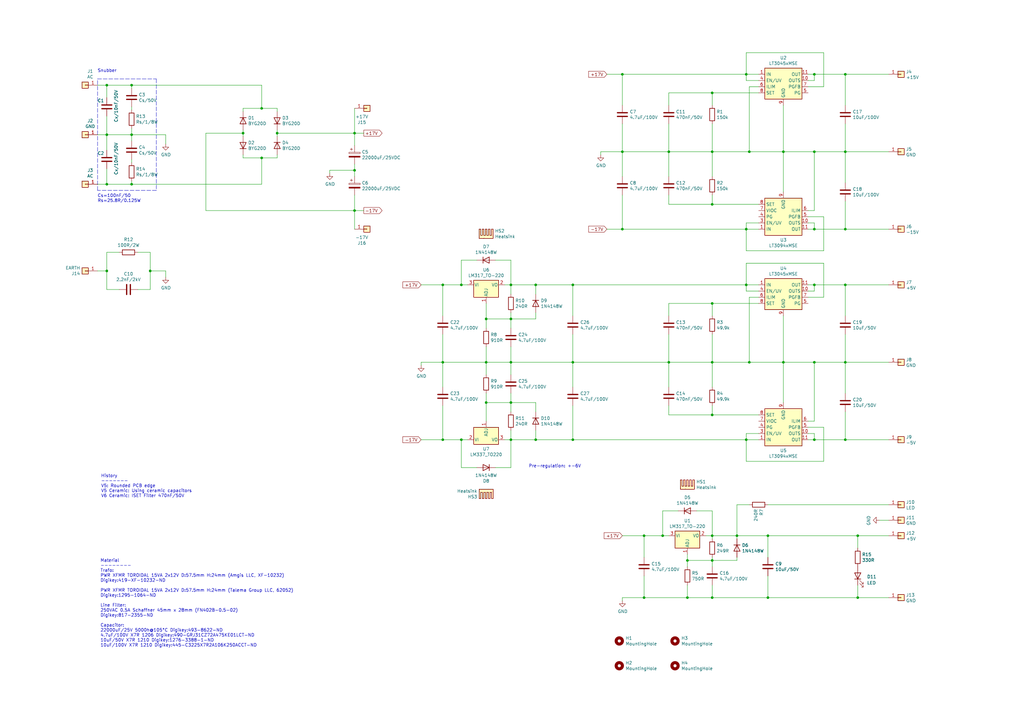
<source format=kicad_sch>
(kicad_sch (version 20250114) (generator "eeschema") (generator_version "9.0")
  (paper "A3")
  (title_block (title "DAC Power Supply Unit") (date "2025-08-11") (rev "V6"))
  (text "Material\n--------\nTrafo:\nPWR XFMR TOROIDAL 15VA 2x12V D:57.5mm H:24mm (Amgis LLC, XF-10232)\nDigikey:419-XF-10232-ND\n\nPWR XFMR TOROIDAL 15VA 2x12V D:57.5mm H:24mm (Talema Group LLC, 62052)\nDigikey:1295-1064-ND\n\nLine Filter:\n250VAC 0.5A Schaffner 45mm x 28mm (FN402B-0.5-02) \nDigikey:817-2355-ND\n\nCapacitor:\n22000uF/25V 5000h@105°C Digikey:493-8622-ND\n4.7uF/100V X7R 1206 Digikey:490-GRJ31CZ72A475KE01LCT-ND\n10uF/50V X7R 1210 Digikey:1276-3388-1-ND\n10uF/100V X7R 1210 Digikey:445-C3225X7R2A106K250ACCT-ND" (at 41.148 247.396 0) (effects (font (size 1.27 1.27)) (justify left)))
  (text "Snubber" (at 40.005 29.845 0) (effects (font (size 1.27 1.27)) (justify left bottom)))
  (text "Cs=100nF/50\nRs=25.8R/0.125W" (at 40.005 83.185 0) (effects (font (size 1.27 1.27)) (justify left bottom)))
  (text "Pre-regulation: +-6V" (at 227.584 191.262 0) (effects (font (size 1.27 1.27))))
  (text "History\n-------\nV5: Rounded PCB edge\nV5 Ceramic: Using ceramic capacitors\nV6 Ceramic: ISET Filter 470nF/50V" (at 41.402 199.39 0) (effects (font (size 1.27 1.27)) (justify left)))
  (junction (at 292.1 124.46))
  (junction (at 43.815 75.565))
  (junction (at 346.71 116.84))
  (junction (at 61.595 111.125))
  (junction (at 181.61 148.59))
  (junction (at 314.96 219.71))
  (junction (at 306.07 30.48))
  (junction (at 321.31 148.59))
  (junction (at 145.415 69.85))
  (junction (at 199.39 148.59))
  (junction (at 334.01 62.23))
  (junction (at 189.23 180.34))
  (junction (at 334.01 93.98))
  (junction (at 264.16 219.71))
  (junction (at 307.34 148.59))
  (junction (at 334.01 30.48))
  (junction (at 145.415 86.36))
  (junction (at 99.695 54.61))
  (junction (at 351.79 219.71))
  (junction (at 234.95 180.34))
  (junction (at 209.55 165.1))
  (junction (at 307.34 62.23))
  (junction (at 209.55 180.34))
  (junction (at 53.975 75.565))
  (junction (at 292.1 62.23))
  (junction (at 306.07 180.34))
  (junction (at 199.39 130.81))
  (junction (at 255.27 93.98))
  (junction (at 281.94 245.11))
  (junction (at 274.32 148.59))
  (junction (at 113.665 54.61))
  (junction (at 306.07 116.84))
  (junction (at 53.975 34.925))
  (junction (at 43.815 55.245))
  (junction (at 181.61 116.84))
  (junction (at 274.32 62.23))
  (junction (at 234.95 148.59))
  (junction (at 292.1 83.82))
  (junction (at 199.39 165.1))
  (junction (at 306.07 93.98))
  (junction (at 321.31 62.23))
  (junction (at 255.27 30.48))
  (junction (at 292.1 38.1))
  (junction (at 255.27 62.23))
  (junction (at 234.95 116.84))
  (junction (at 219.71 116.84))
  (junction (at 346.71 93.98))
  (junction (at 107.315 64.77))
  (junction (at 219.71 180.34))
  (junction (at 334.01 148.59))
  (junction (at 264.16 245.11))
  (junction (at 43.815 111.125))
  (junction (at 346.71 148.59))
  (junction (at 53.975 55.245))
  (junction (at 145.415 54.61))
  (junction (at 209.55 116.84))
  (junction (at 43.815 34.925))
  (junction (at 209.55 130.81))
  (junction (at 334.01 116.84))
  (junction (at 346.71 180.34))
  (junction (at 271.78 219.71))
  (junction (at 281.94 229.87))
  (junction (at 292.1 219.71))
  (junction (at 346.71 30.48))
  (junction (at 334.01 180.34))
  (junction (at 107.315 44.45))
  (junction (at 346.71 62.23))
  (junction (at 189.23 116.84))
  (junction (at 181.61 180.34))
  (junction (at 209.55 148.59))
  (junction (at 292.1 170.18))
  (junction (at 292.1 245.11))
  (junction (at 351.79 245.11))
  (junction (at 292.1 148.59))
  (junction (at 314.96 245.11))
  (junction (at 292.1 229.87))
  (junction (at 302.26 219.71))
  (wire (pts (xy 209.55 148.59) (xy 234.95 148.59)))
  (wire (pts (xy 199.39 161.29) (xy 199.39 165.1)))
  (wire (pts (xy 107.315 34.925) (xy 53.975 34.925)))
  (wire (pts (xy 189.23 106.68) (xy 189.23 116.84)))
  (wire (pts (xy 172.72 180.34) (xy 181.61 180.34)))
  (wire (pts (xy 248.92 30.48) (xy 255.27 30.48)))
  (wire (pts (xy 292.1 229.87) (xy 292.1 232.41)))
  (wire (pts (xy 346.71 116.84) (xy 364.49 116.84)))
  (wire (pts (xy 337.82 88.9) (xy 337.82 102.87)))
  (wire (pts (xy 346.71 93.98) (xy 364.49 93.98)))
  (wire (pts (xy 292.1 209.55) (xy 285.75 209.55)))
  (wire (pts (xy 271.78 219.71) (xy 274.32 219.71)))
  (wire (pts (xy 292.1 38.1) (xy 311.15 38.1)))
  (wire (pts (xy 199.39 165.1) (xy 209.55 165.1)))
  (wire (pts (xy 306.07 33.02) (xy 306.07 30.48)))
  (wire (pts (xy 292.1 43.18) (xy 292.1 38.1)))
  (wire (pts (xy 334.01 116.84) (xy 331.47 116.84)))
  (wire (pts (xy 289.56 219.71) (xy 292.1 219.71)))
  (wire (pts (xy 246.38 63.5) (xy 246.38 62.23)))
  (wire (pts (xy 281.94 232.41) (xy 281.94 229.87)))
  (wire (pts (xy 292.1 83.82) (xy 311.15 83.82)))
  (wire (pts (xy 334.01 33.02) (xy 334.01 30.48)))
  (wire (pts (xy 278.13 209.55) (xy 271.78 209.55)))
  (wire (pts (xy 307.34 121.92) (xy 307.34 148.59)))
  (wire (pts (xy 113.665 45.72) (xy 113.665 44.45)))
  (polyline (pts (xy 64.135 78.105) (xy 40.005 78.105)) (stroke (width 0) (type dash)))
  (wire (pts (xy 209.55 134.62) (xy 209.55 130.81)))
  (wire (pts (xy 181.61 180.34) (xy 189.23 180.34)))
  (wire (pts (xy 53.975 55.245) (xy 67.945 55.245)))
  (wire (pts (xy 219.71 130.81) (xy 209.55 130.81)))
  (wire (pts (xy 331.47 86.36) (xy 334.01 86.36)))
  (wire (pts (xy 53.975 34.925) (xy 43.815 34.925)))
  (wire (pts (xy 306.07 21.59) (xy 306.07 30.48)))
  (wire (pts (xy 43.815 55.245) (xy 53.975 55.245)))
  (wire (pts (xy 209.55 130.81) (xy 209.55 128.27)))
  (wire (pts (xy 255.27 30.48) (xy 255.27 43.18)))
  (wire (pts (xy 181.61 158.75) (xy 181.61 148.59)))
  (wire (pts (xy 53.975 57.785) (xy 53.975 55.245)))
  (wire (pts (xy 99.695 54.61) (xy 84.455 54.61)))
  (wire (pts (xy 209.55 191.77) (xy 209.55 180.34)))
  (wire (pts (xy 53.975 36.195) (xy 53.975 34.925)))
  (wire (pts (xy 311.15 177.8) (xy 306.07 177.8)))
  (polyline (pts (xy 40.005 78.105) (xy 40.005 32.385)) (stroke (width 0) (type dash)))
  (wire (pts (xy 364.49 213.36) (xy 360.68 213.36)))
  (wire (pts (xy 334.01 93.98) (xy 346.71 93.98)))
  (wire (pts (xy 306.07 119.38) (xy 306.07 116.84)))
  (wire (pts (xy 172.72 116.84) (xy 181.61 116.84)))
  (wire (pts (xy 281.94 245.11) (xy 292.1 245.11)))
  (wire (pts (xy 107.315 34.925) (xy 107.315 44.45)))
  (wire (pts (xy 274.32 38.1) (xy 292.1 38.1)))
  (wire (pts (xy 181.61 166.37) (xy 181.61 180.34)))
  (wire (pts (xy 314.96 245.11) (xy 351.79 245.11)))
  (wire (pts (xy 234.95 116.84) (xy 306.07 116.84)))
  (wire (pts (xy 43.815 34.925) (xy 40.005 34.925)))
  (wire (pts (xy 346.71 82.55) (xy 346.71 93.98)))
  (wire (pts (xy 346.71 168.91) (xy 346.71 180.34)))
  (wire (pts (xy 113.665 54.61) (xy 145.415 54.61)))
  (wire (pts (xy 331.47 180.34) (xy 334.01 180.34)))
  (wire (pts (xy 53.975 55.245) (xy 53.975 52.705)))
  (wire (pts (xy 351.79 245.11) (xy 364.49 245.11)))
  (wire (pts (xy 281.94 245.11) (xy 281.94 240.03)))
  (wire (pts (xy 302.26 219.71) (xy 302.26 220.98)))
  (wire (pts (xy 53.975 75.565) (xy 53.975 74.295)))
  (wire (pts (xy 209.55 180.34) (xy 219.71 180.34)))
  (wire (pts (xy 271.78 209.55) (xy 271.78 219.71)))
  (wire (pts (xy 274.32 158.75) (xy 274.32 148.59)))
  (wire (pts (xy 314.96 228.6) (xy 314.96 219.71)))
  (wire (pts (xy 219.71 116.84) (xy 234.95 116.84)))
  (wire (pts (xy 145.415 80.01) (xy 145.415 86.36)))
  (wire (pts (xy 255.27 30.48) (xy 306.07 30.48)))
  (wire (pts (xy 292.1 129.54) (xy 292.1 124.46)))
  (wire (pts (xy 189.23 180.34) (xy 191.77 180.34)))
  (wire (pts (xy 43.815 103.505) (xy 48.895 103.505)))
  (wire (pts (xy 311.15 121.92) (xy 307.34 121.92)))
  (wire (pts (xy 311.15 30.48) (xy 306.07 30.48)))
  (wire (pts (xy 135.255 71.12) (xy 135.255 69.85)))
  (wire (pts (xy 281.94 229.87) (xy 292.1 229.87)))
  (wire (pts (xy 234.95 148.59) (xy 274.32 148.59)))
  (wire (pts (xy 189.23 116.84) (xy 191.77 116.84)))
  (wire (pts (xy 311.15 119.38) (xy 306.07 119.38)))
  (wire (pts (xy 306.07 102.87) (xy 306.07 93.98)))
  (wire (pts (xy 337.82 121.92) (xy 337.82 107.95)))
  (wire (pts (xy 145.415 59.69) (xy 145.415 54.61)))
  (wire (pts (xy 43.815 61.595) (xy 43.815 55.245)))
  (wire (pts (xy 292.1 62.23) (xy 307.34 62.23)))
  (wire (pts (xy 248.92 93.98) (xy 255.27 93.98)))
  (wire (pts (xy 43.815 69.215) (xy 43.815 75.565)))
  (polyline (pts (xy 64.135 32.385) (xy 64.135 78.105)) (stroke (width 0) (type dash)))
  (wire (pts (xy 264.16 245.11) (xy 264.16 236.22)))
  (wire (pts (xy 209.55 142.24) (xy 209.55 148.59)))
  (wire (pts (xy 292.1 50.8) (xy 292.1 62.23)))
  (wire (pts (xy 351.79 240.03) (xy 351.79 245.11)))
  (wire (pts (xy 84.455 54.61) (xy 84.455 86.36)))
  (wire (pts (xy 264.16 219.71) (xy 271.78 219.71)))
  (wire (pts (xy 334.01 62.23) (xy 346.71 62.23)))
  (wire (pts (xy 302.26 228.6) (xy 302.26 229.87)))
  (wire (pts (xy 43.815 47.625) (xy 43.815 55.245)))
  (wire (pts (xy 302.26 207.01) (xy 307.34 207.01)))
  (wire (pts (xy 306.07 107.95) (xy 306.07 116.84)))
  (wire (pts (xy 292.1 228.6) (xy 292.1 229.87)))
  (wire (pts (xy 43.815 111.125) (xy 43.815 103.505)))
  (wire (pts (xy 292.1 124.46) (xy 311.15 124.46)))
  (wire (pts (xy 331.47 119.38) (xy 334.01 119.38)))
  (wire (pts (xy 255.27 72.39) (xy 255.27 62.23)))
  (wire (pts (xy 307.34 35.56) (xy 307.34 62.23)))
  (wire (pts (xy 255.27 93.98) (xy 306.07 93.98)))
  (wire (pts (xy 207.01 180.34) (xy 209.55 180.34)))
  (wire (pts (xy 145.415 86.36) (xy 145.415 93.98)))
  (wire (pts (xy 334.01 180.34) (xy 346.71 180.34)))
  (wire (pts (xy 40.005 111.125) (xy 43.815 111.125)))
  (wire (pts (xy 274.32 148.59) (xy 292.1 148.59)))
  (wire (pts (xy 255.27 80.01) (xy 255.27 93.98)))
  (wire (pts (xy 199.39 124.46) (xy 199.39 130.81)))
  (wire (pts (xy 99.695 54.61) (xy 99.695 53.34)))
  (wire (pts (xy 219.71 128.27) (xy 219.71 130.81)))
  (wire (pts (xy 306.07 189.23) (xy 306.07 180.34)))
  (wire (pts (xy 321.31 129.54) (xy 321.31 148.59)))
  (wire (pts (xy 274.32 38.1) (xy 274.32 43.18)))
  (wire (pts (xy 113.665 55.88) (xy 113.665 54.61)))
  (wire (pts (xy 346.71 180.34) (xy 364.49 180.34)))
  (wire (pts (xy 107.315 75.565) (xy 53.975 75.565)))
  (wire (pts (xy 292.1 148.59) (xy 307.34 148.59)))
  (wire (pts (xy 67.945 113.665) (xy 67.945 111.125)))
  (wire (pts (xy 274.32 50.8) (xy 274.32 62.23)))
  (wire (pts (xy 281.94 229.87) (xy 281.94 227.33)))
  (wire (pts (xy 292.1 166.37) (xy 292.1 170.18)))
  (wire (pts (xy 331.47 91.44) (xy 334.01 91.44)))
  (wire (pts (xy 61.595 103.505) (xy 56.515 103.505)))
  (wire (pts (xy 274.32 72.39) (xy 274.32 62.23)))
  (wire (pts (xy 292.1 170.18) (xy 311.15 170.18)))
  (wire (pts (xy 274.32 62.23) (xy 292.1 62.23)))
  (wire (pts (xy 207.01 116.84) (xy 209.55 116.84)))
  (wire (pts (xy 302.26 219.71) (xy 302.26 207.01)))
  (wire (pts (xy 172.72 149.86) (xy 172.72 148.59)))
  (wire (pts (xy 337.82 35.56) (xy 337.82 21.59)))
  (wire (pts (xy 145.415 69.85) (xy 145.415 67.31)))
  (wire (pts (xy 195.58 191.77) (xy 189.23 191.77)))
  (wire (pts (xy 199.39 172.72) (xy 199.39 165.1)))
  (wire (pts (xy 307.34 148.59) (xy 321.31 148.59)))
  (wire (pts (xy 321.31 62.23) (xy 334.01 62.23)))
  (wire (pts (xy 346.71 148.59) (xy 364.49 148.59)))
  (wire (pts (xy 113.665 64.77) (xy 113.665 63.5)))
  (wire (pts (xy 306.07 93.98) (xy 311.15 93.98)))
  (wire (pts (xy 274.32 80.01) (xy 274.32 83.82)))
  (wire (pts (xy 314.96 236.22) (xy 314.96 245.11)))
  (wire (pts (xy 107.315 44.45) (xy 99.695 44.45)))
  (wire (pts (xy 346.71 30.48) (xy 334.01 30.48)))
  (wire (pts (xy 274.32 137.16) (xy 274.32 148.59)))
  (wire (pts (xy 219.71 165.1) (xy 219.71 168.91)))
  (wire (pts (xy 302.26 229.87) (xy 292.1 229.87)))
  (wire (pts (xy 331.47 121.92) (xy 337.82 121.92)))
  (wire (pts (xy 302.26 219.71) (xy 314.96 219.71)))
  (wire (pts (xy 255.27 245.11) (xy 264.16 245.11)))
  (wire (pts (xy 255.27 62.23) (xy 255.27 50.8)))
  (wire (pts (xy 56.515 118.745) (xy 61.595 118.745)))
  (wire (pts (xy 292.1 219.71) (xy 292.1 209.55)))
  (wire (pts (xy 195.58 106.68) (xy 189.23 106.68)))
  (wire (pts (xy 331.47 93.98) (xy 334.01 93.98)))
  (wire (pts (xy 337.82 189.23) (xy 306.07 189.23)))
  (wire (pts (xy 314.96 207.01) (xy 364.49 207.01)))
  (wire (pts (xy 346.71 116.84) (xy 346.71 129.54)))
  (wire (pts (xy 364.49 62.23) (xy 346.71 62.23)))
  (wire (pts (xy 292.1 158.75) (xy 292.1 148.59)))
  (wire (pts (xy 334.01 177.8) (xy 334.01 180.34)))
  (wire (pts (xy 113.665 54.61) (xy 113.665 53.34)))
  (wire (pts (xy 292.1 245.11) (xy 292.1 240.03)))
  (wire (pts (xy 292.1 245.11) (xy 314.96 245.11)))
  (wire (pts (xy 181.61 148.59) (xy 199.39 148.59)))
  (wire (pts (xy 321.31 78.74) (xy 321.31 62.23)))
  (wire (pts (xy 255.27 246.38) (xy 255.27 245.11)))
  (wire (pts (xy 331.47 35.56) (xy 337.82 35.56)))
  (wire (pts (xy 199.39 148.59) (xy 209.55 148.59)))
  (wire (pts (xy 255.27 219.71) (xy 264.16 219.71)))
  (wire (pts (xy 246.38 62.23) (xy 255.27 62.23)))
  (wire (pts (xy 346.71 116.84) (xy 334.01 116.84)))
  (wire (pts (xy 53.975 66.675) (xy 53.975 65.405)))
  (wire (pts (xy 346.71 161.29) (xy 346.71 148.59)))
  (wire (pts (xy 274.32 124.46) (xy 274.32 129.54)))
  (wire (pts (xy 346.71 74.93) (xy 346.71 62.23)))
  (wire (pts (xy 331.47 177.8) (xy 334.01 177.8)))
  (wire (pts (xy 337.82 175.26) (xy 337.82 189.23)))
  (wire (pts (xy 346.71 62.23) (xy 346.71 50.8)))
  (wire (pts (xy 99.695 55.88) (xy 99.695 54.61)))
  (wire (pts (xy 209.55 168.91) (xy 209.55 165.1)))
  (wire (pts (xy 274.32 83.82) (xy 292.1 83.82)))
  (wire (pts (xy 53.975 45.085) (xy 53.975 43.815)))
  (wire (pts (xy 203.2 191.77) (xy 209.55 191.77)))
  (wire (pts (xy 264.16 245.11) (xy 281.94 245.11)))
  (wire (pts (xy 255.27 62.23) (xy 274.32 62.23)))
  (wire (pts (xy 61.595 111.125) (xy 61.595 103.505)))
  (wire (pts (xy 306.07 180.34) (xy 311.15 180.34)))
  (wire (pts (xy 274.32 170.18) (xy 292.1 170.18)))
  (wire (pts (xy 40.005 55.245) (xy 43.815 55.245)))
  (wire (pts (xy 334.01 119.38) (xy 334.01 116.84)))
  (wire (pts (xy 209.55 180.34) (xy 209.55 176.53)))
  (wire (pts (xy 149.225 54.61) (xy 145.415 54.61)))
  (wire (pts (xy 321.31 43.18) (xy 321.31 62.23)))
  (wire (pts (xy 181.61 116.84) (xy 181.61 129.54)))
  (wire (pts (xy 181.61 116.84) (xy 189.23 116.84)))
  (wire (pts (xy 274.32 124.46) (xy 292.1 124.46)))
  (wire (pts (xy 346.71 30.48) (xy 346.71 43.18)))
  (wire (pts (xy 274.32 166.37) (xy 274.32 170.18)))
  (wire (pts (xy 199.39 130.81) (xy 199.39 134.62)))
  (wire (pts (xy 149.225 86.36) (xy 145.415 86.36)))
  (wire (pts (xy 209.55 165.1) (xy 209.55 161.29)))
  (wire (pts (xy 337.82 102.87) (xy 306.07 102.87)))
  (wire (pts (xy 351.79 219.71) (xy 364.49 219.71)))
  (wire (pts (xy 234.95 137.16) (xy 234.95 148.59)))
  (wire (pts (xy 84.455 86.36) (xy 145.415 86.36)))
  (wire (pts (xy 234.95 148.59) (xy 234.95 158.75)))
  (wire (pts (xy 292.1 220.98) (xy 292.1 219.71)))
  (wire (pts (xy 145.415 72.39) (xy 145.415 69.85)))
  (wire (pts (xy 209.55 165.1) (xy 219.71 165.1)))
  (wire (pts (xy 209.55 116.84) (xy 219.71 116.84)))
  (wire (pts (xy 209.55 106.68) (xy 203.2 106.68)))
  (wire (pts (xy 107.315 64.77) (xy 107.315 75.565)))
  (wire (pts (xy 209.55 116.84) (xy 209.55 120.65)))
  (wire (pts (xy 107.315 64.77) (xy 113.665 64.77)))
  (wire (pts (xy 321.31 148.59) (xy 334.01 148.59)))
  (wire (pts (xy 209.55 116.84) (xy 209.55 106.68)))
  (wire (pts (xy 346.71 148.59) (xy 346.71 137.16)))
  (wire (pts (xy 292.1 72.39) (xy 292.1 62.23)))
  (wire (pts (xy 135.255 69.85) (xy 145.415 69.85)))
  (wire (pts (xy 219.71 180.34) (xy 234.95 180.34)))
  (wire (pts (xy 199.39 142.24) (xy 199.39 148.59)))
  (wire (pts (xy 306.07 91.44) (xy 306.07 93.98)))
  (wire (pts (xy 331.47 172.72) (xy 334.01 172.72)))
  (wire (pts (xy 219.71 116.84) (xy 219.71 120.65)))
  (wire (pts (xy 311.15 91.44) (xy 306.07 91.44)))
  (wire (pts (xy 99.695 64.77) (xy 107.315 64.77)))
  (wire (pts (xy 43.815 118.745) (xy 43.815 111.125)))
  (wire (pts (xy 209.55 148.59) (xy 209.55 153.67)))
  (wire (pts (xy 234.95 180.34) (xy 306.07 180.34)))
  (wire (pts (xy 219.71 176.53) (xy 219.71 180.34)))
  (wire (pts (xy 334.01 86.36) (xy 334.01 62.23)))
  (wire (pts (xy 334.01 91.44) (xy 334.01 93.98)))
  (wire (pts (xy 234.95 129.54) (xy 234.95 116.84)))
  (wire (pts (xy 199.39 148.59) (xy 199.39 153.67)))
  (wire (pts (xy 189.23 191.77) (xy 189.23 180.34)))
  (wire (pts (xy 172.72 148.59) (xy 181.61 148.59)))
  (wire (pts (xy 351.79 219.71) (xy 351.79 224.79)))
  (wire (pts (xy 337.82 107.95) (xy 306.07 107.95)))
  (wire (pts (xy 67.945 111.125) (xy 61.595 111.125)))
  (wire (pts (xy 311.15 116.84) (xy 306.07 116.84)))
  (wire (pts (xy 99.695 63.5) (xy 99.695 64.77)))
  (wire (pts (xy 48.895 118.745) (xy 43.815 118.745)))
  (wire (pts (xy 314.96 219.71) (xy 351.79 219.71)))
  (wire (pts (xy 337.82 21.59) (xy 306.07 21.59)))
  (wire (pts (xy 334.01 172.72) (xy 334.01 148.59)))
  (wire (pts (xy 292.1 137.16) (xy 292.1 148.59)))
  (wire (pts (xy 311.15 35.56) (xy 307.34 35.56)))
  (wire (pts (xy 264.16 228.6) (xy 264.16 219.71)))
  (wire (pts (xy 311.15 33.02) (xy 306.07 33.02)))
  (wire (pts (xy 234.95 166.37) (xy 234.95 180.34)))
  (wire (pts (xy 307.34 62.23) (xy 321.31 62.23)))
  (wire (pts (xy 334.01 30.48) (xy 331.47 30.48)))
  (wire (pts (xy 43.815 75.565) (xy 53.975 75.565)))
  (wire (pts (xy 334.01 148.59) (xy 346.71 148.59)))
  (wire (pts (xy 331.47 88.9) (xy 337.82 88.9)))
  (wire (pts (xy 43.815 40.005) (xy 43.815 34.925)))
  (wire (pts (xy 113.665 44.45) (xy 107.315 44.45)))
  (wire (pts (xy 181.61 137.16) (xy 181.61 148.59)))
  (wire (pts (xy 292.1 219.71) (xy 302.26 219.71)))
  (wire (pts (xy 209.55 130.81) (xy 199.39 130.81)))
  (wire (pts (xy 61.595 118.745) (xy 61.595 111.125)))
  (wire (pts (xy 306.07 177.8) (xy 306.07 180.34)))
  (wire (pts (xy 99.695 44.45) (xy 99.695 45.72)))
  (wire (pts (xy 364.49 30.48) (xy 346.71 30.48)))
  (wire (pts (xy 331.47 175.26) (xy 337.82 175.26)))
  (wire (pts (xy 145.415 44.45) (xy 145.415 54.61)))
  (wire (pts (xy 40.005 75.565) (xy 43.815 75.565)))
  (polyline (pts (xy 40.005 32.385) (xy 64.135 32.385)) (stroke (width 0) (type dash)))
  (wire (pts (xy 292.1 80.01) (xy 292.1 83.82)))
  (wire (pts (xy 67.945 59.055) (xy 67.945 55.245)))
  (wire (pts (xy 321.31 165.1) (xy 321.31 148.59)))
  (wire (pts (xy 331.47 33.02) (xy 334.01 33.02)))
  (global_label "+17V" (shape input) (at 172.72 116.84 180) (property "Intersheetrefs" "${INTERSHEET_REFS}" (effects (hide yes))))
  (global_label "-17V" (shape input) (at 172.72 180.34 180) (property "Intersheetrefs" "${INTERSHEET_REFS}" (effects (hide yes))))
  (global_label "-17V" (shape output) (at 149.225 86.36 0) (property "Intersheetrefs" "${INTERSHEET_REFS}" (effects (hide yes))))
  (global_label "+17V" (shape input) (at 255.27 219.71 180) (property "Intersheetrefs" "${INTERSHEET_REFS}" (effects (hide yes))))
  (global_label "+17V" (shape output) (at 149.225 54.61 0) (property "Intersheetrefs" "${INTERSHEET_REFS}" (effects (hide yes))))
  (global_label "+17V" (shape input) (at 248.92 30.48 180) (property "Intersheetrefs" "${INTERSHEET_REFS}" (effects (hide yes))))
  (global_label "-17V" (shape input) (at 248.92 93.98 180) (property "Intersheetrefs" "${INTERSHEET_REFS}" (effects (hide yes))))
  (symbol (lib_id "Device:CP") (at 145.415 63.5 0) (unit 1)
    (property "Reference" "C5" (at 148.4122 62.3316 0) (effects (justify left)))
    (property "Value" "22000uF/25VDC" (at 148.4122 64.643 0) (effects (justify left)))
    (property "Footprint" "Capacitor_THT:CP_Radial_D35.0mm_P10.00mm_SnapIn" (effects (hide yes)))
    (property "Datasheet" "https://www.rubycon.co.jp/wp-content/uploads/catalog-aluminum/MXG.pdf" (effects (hide yes)))
    (property "Description" "1189-3893-ND" (effects (hide yes)))
    (property "manf#" "25MXG22000MEFCSN30X35" (effects (hide yes)))
  )
  (symbol (lib_id "Regulator_Linear:LM317_TO-220") (at 199.39 116.84 0) (unit 1)
    (property "Reference" "U6" (at 199.39 110.6932 0))
    (property "Value" "LM317_TO-220" (at 199.39 113.0046 0))
    (property "Footprint" "Package_TO_SOT_THT:TO-220-3_Vertical" (effects (hide yes)))
    (property "Datasheet" "http://www.ti.com/lit/ds/symlink/lm317.pdf" (effects (hide yes)))
    (property "manf#" "LM317T" (effects (hide yes)))
  )
  (symbol (lib_id "Device:R") (at 199.39 138.43 0) (unit 1)
    (property "Reference" "R8" (at 201.168 137.2616 0) (effects (justify left)))
    (property "Value" "910R" (at 201.168 139.573 0) (effects (justify left)))
    (property "Footprint" "Resistor_SMD:R_0603_1608Metric_Pad0.98x0.95mm_HandSolder" (effects (hide yes)))
    (property "Datasheet" "https://www.yageo.com/upload/media/product/productsearch/datasheet/rchip/PYu-RT_1-to-0.01_RoHS_L_12.pdf" (effects (hide yes)))
    (property "manf#" "RT0603FRE07910RL" (effects (hide yes)))
  )
  (symbol (lib_id "Device:R") (at 209.55 124.46 0) (unit 1)
    (property "Reference" "R10" (at 211.328 123.2916 0) (effects (justify left)))
    (property "Value" "240R" (at 211.328 125.603 0) (effects (justify left)))
    (property "Footprint" "Resistor_SMD:R_0603_1608Metric_Pad0.98x0.95mm_HandSolder" (effects (hide yes)))
    (property "Datasheet" "https://www.yageo.com/upload/media/product/productsearch/datasheet/rchip/PYu-RT_1-to-0.01_RoHS_L_12.pdf" (effects (hide yes)))
    (property "manf#" "RT0603FRE07240RL" (effects (hide yes)))
  )
  (symbol (lib_id "Diode:1N4007") (at 199.39 106.68 0) (unit 1)
    (property "Reference" "D7" (at 199.39 101.1682 0))
    (property "Value" "1N4148W" (at 199.39 103.4796 0))
    (property "Footprint" "Diode_SMD:D_SOD-123" (effects (hide yes)))
    (property "Datasheet" "https://www.diodes.com/assets/Datasheets/ds30086.pdf" (effects (hide yes)))
    (property "manf#" "1N4148W-7-F" (effects (hide yes)))
  )
  (symbol (lib_id "Diode:1N4007") (at 219.71 124.46 270) (unit 1)
    (property "Reference" "D9" (at 221.742 123.2916 90) (effects (justify left)))
    (property "Value" "1N4148W" (at 221.742 125.603 90) (effects (justify left)))
    (property "Footprint" "Diode_SMD:D_SOD-123" (effects (hide yes)))
    (property "Datasheet" "https://www.diodes.com/assets/Datasheets/ds30086.pdf" (effects (hide yes)))
    (property "manf#" "1N4148W-7-F" (effects (hide yes)))
  )
  (symbol (lib_id "Mechanical:Heatsink") (at 199.39 97.79 0) (unit 1)
    (property "Reference" "HS2" (at 202.9968 94.7166 0) (effects (justify left)))
    (property "Value" "Heatsink" (at 202.9968 97.028 0) (effects (justify left)))
    (property "Footprint" "Heatsink:Heatsink_Fischer_SK104-STC-STIC_35x13mm_2xDrill2.5mm" (effects (hide yes)))
    (property "Datasheet" "https://media.digikey.com/pdf/Data%20Sheets/Wakefield%20Thermal%20PDFs/634%20Heat%20Sinks.pdf" (effects (hide yes)))
    (property "manf#" "637-15ABPE" (effects (hide yes)))
  )
  (symbol (lib_id "Device:C") (at 181.61 133.35 0) (unit 1)
    (property "Reference" "C22" (at 184.6072 132.1816 0) (effects (justify left)))
    (property "Value" "4.7uF/100V" (at 184.6072 134.493 0) (effects (justify left)))
    (property "Footprint" "Capacitor_SMD:C_1206_3216Metric_Pad1.33x1.80mm_HandSolder" (effects (hide yes)))
    (property "Description" "Unpolarized capacitor" (effects (hide yes)))
    (property "manf#" "TCJB106M025R0100" (effects (hide yes)))
  )
  (symbol (lib_id "Device:C") (at 209.55 138.43 0) (unit 1)
    (property "Reference" "C24" (at 212.5472 137.2616 0) (effects (justify left)))
    (property "Value" "4.7uF/100V" (at 212.5472 139.573 0) (effects (justify left)))
    (property "Footprint" "Capacitor_SMD:C_1206_3216Metric_Pad1.33x1.80mm_HandSolder" (effects (hide yes)))
    (property "Description" "Unpolarized capacitor" (effects (hide yes)))
    (property "manf#" "TCJB106M025R0100" (effects (hide yes)))
  )
  (symbol (lib_id "Device:C") (at 234.95 133.35 0) (unit 1)
    (property "Reference" "C26" (at 237.9472 132.1816 0) (effects (justify left)))
    (property "Value" "4.7uF/100V" (at 237.9472 134.493 0) (effects (justify left)))
    (property "Footprint" "Capacitor_SMD:C_1206_3216Metric_Pad1.33x1.80mm_HandSolder" (effects (hide yes)))
    (property "Description" "Unpolarized capacitor" (effects (hide yes)))
    (property "manf#" "TCJB106M025R0100" (effects (hide yes)))
  )
  (symbol (lib_id "power:GND") (at 172.72 149.86 0) (unit 1)
    (property "Reference" "#PWR0105" (effects (hide yes)))
    (property "Value" "GND" (at 172.847 154.2542 0))
  )
  (symbol (lib_id "power:GND") (at 135.255 71.12 0) (unit 1)
    (property "Reference" "#PWR0102" (effects (hide yes)))
    (property "Value" "GND" (at 135.382 75.5142 0))
  )
  (symbol (lib_id "Device:C") (at 52.705 118.745 270) (unit 1)
    (property "Reference" "C10" (at 52.705 112.3442 90))
    (property "Value" "2.2nF/2kV" (at 52.705 114.6556 90))
    (property "Footprint" "Capacitor_THT:C_Rect_L18.0mm_W5.0mm_P15.00mm_FKS3_FKP3" (effects (hide yes)))
    (property "Datasheet" "https://product.tdk.com/info/en/documents/data_sheet/20/20/db/fc_2009/MKP_B32671L_672L.pdf?ref_disty=digikey" (effects (hide yes)))
    (property "manf#" "B32672L8222J000" (effects (hide yes)))
  )
  (symbol (lib_id "Device:R") (at 52.705 103.505 270) (unit 1)
    (property "Reference" "R12" (at 52.705 98.2472 90))
    (property "Value" "100R/2W" (at 52.705 100.5586 90))
    (property "Footprint" "Resistor_THT:R_Axial_DIN0411_L9.9mm_D3.6mm_P15.24mm_Horizontal" (effects (hide yes)))
    (property "Datasheet" "https://www.yageo.com/upload/media/product/products/datasheet/lr/Yageo_LR_FMP_1.pdf" (effects (hide yes)))
    (property "manf#" "FMP200JR-52-100R" (effects (hide yes)))
  )
  (symbol (lib_id "Connector_Generic:Conn_01x01") (at 34.925 111.125 180) (unit 1)
    (property "Reference" "J14" (at 32.893 112.1918 0) (effects (justify left)))
    (property "Value" "EARTH" (at 32.893 109.8804 0) (effects (justify left)))
    (property "Footprint" "Connector_Pin:Pin_D1.3mm_L11.0mm" (effects (hide yes)))
    (property "Datasheet" "https://www.reichelt.com/ch/de/loetnaegel-1-3mm-100-er-pack-rtm-1-3-100-p15319.html?&trstct=pos_0&nbc=1" (effects (hide yes)))
  )
  (symbol (lib_id "Device:C") (at 264.16 232.41 0) (unit 1)
    (property "Reference" "C15" (at 267.1572 231.2416 0) (effects (justify left)))
    (property "Value" "4.7uF/100V" (at 267.1572 233.553 0) (effects (justify left)))
    (property "Footprint" "Capacitor_SMD:C_1206_3216Metric_Pad1.33x1.80mm_HandSolder" (effects (hide yes)))
    (property "Description" "Unpolarized capacitor" (effects (hide yes)))
    (property "manf#" "TCJB106M025R0100" (effects (hide yes)))
  )
  (symbol (lib_id "Device:R") (at 292.1 46.99 0) (unit 1)
    (property "Reference" "R1" (at 293.878 45.8216 0) (effects (justify left)))
    (property "Value" "150k" (at 293.878 48.133 0) (effects (justify left)))
    (property "Footprint" "Resistor_SMD:R_0603_1608Metric_Pad0.98x0.95mm_HandSolder" (effects (hide yes)))
    (property "Datasheet" "https://www.yageo.com/upload/media/product/productsearch/datasheet/rchip/PYu-RT_1-to-0.01_RoHS_L_12.pdf" (effects (hide yes)))
    (property "manf#" "RT0603FRE07150KL" (effects (hide yes)))
  )
  (symbol (lib_id "Connector_Generic:Conn_01x01") (at 369.57 62.23 0) (unit 1)
    (property "Reference" "J5" (at 371.602 61.1632 0) (effects (justify left)))
    (property "Value" "GND" (at 371.602 63.4746 0) (effects (justify left)))
    (property "Footprint" "Connector_Pin:Pin_D1.0mm_L10.0mm" (effects (hide yes)))
    (property "Datasheet" "https://www.reichelt.com/ch/de/loetnaegel-1mm-100-er-pack-rtm-1-100-p15321.html?search=RTM+1-10&&r=1" (effects (hide yes)))
  )
  (symbol (lib_id "Connector_Generic:Conn_01x01") (at 369.57 30.48 0) (unit 1)
    (property "Reference" "J4" (at 371.602 29.4132 0) (effects (justify left)))
    (property "Value" "+15V" (at 371.602 31.7246 0) (effects (justify left)))
    (property "Footprint" "Connector_Pin:Pin_D1.0mm_L10.0mm" (effects (hide yes)))
    (property "Datasheet" "https://www.reichelt.com/ch/de/loetnaegel-1mm-100-er-pack-rtm-1-100-p15321.html?search=RTM+1-10&&r=1" (effects (hide yes)))
  )
  (symbol (lib_id "Connector_Generic:Conn_01x01") (at 369.57 93.98 0) (unit 1)
    (property "Reference" "J6" (at 371.602 92.9132 0) (effects (justify left)))
    (property "Value" "-15V" (at 371.602 95.2246 0) (effects (justify left)))
    (property "Footprint" "Connector_Pin:Pin_D1.0mm_L10.0mm" (effects (hide yes)))
    (property "Datasheet" "https://www.reichelt.com/ch/de/loetnaegel-1mm-100-er-pack-rtm-1-100-p15321.html?search=RTM+1-10&&r=1" (effects (hide yes)))
  )
  (symbol (lib_id "Regulator_Linear:LT3045xMSE") (at 321.31 33.02 0) (unit 1)
    (property "Reference" "U2" (at 321.31 23.6982 0))
    (property "Value" "LT3045xMSE" (at 321.31 26.0096 0))
    (property "Footprint" "Package_SO:MSOP-12-1EP_3x4.039mm_P0.65mm_EP1.651x2.845mm" (effects (hide yes)))
    (property "Datasheet" "https://www.analog.com/media/en/technical-documentation/data-sheets/3045fa.pdf" (effects (hide yes)))
    (property "manf#" "LT3045EMSE#PBF" (effects (hide yes)))
  )
  (symbol (lib_id "Device:R") (at 292.1 76.2 0) (unit 1)
    (property "Reference" "R2" (at 293.878 75.0316 0) (effects (justify left)))
    (property "Value" "150k" (at 293.878 77.343 0) (effects (justify left)))
    (property "Footprint" "Resistor_SMD:R_0603_1608Metric_Pad0.98x0.95mm_HandSolder" (effects (hide yes)))
    (property "Datasheet" "https://www.yageo.com/upload/media/product/productsearch/datasheet/rchip/PYu-RT_1-to-0.01_RoHS_L_12.pdf" (effects (hide yes)))
    (property "manf#" "RT0603FRE07150KL" (effects (hide yes)))
  )
  (symbol (lib_id "Regulator_Linear:LT3094xMSE") (at 321.31 88.9 0) (mirror x) (unit 1)
    (property "Reference" "U3" (at 321.31 98.425 0))
    (property "Value" "LT3094xMSE" (at 321.31 100.7364 0))
    (property "Footprint" "Package_SO:MSOP-12-1EP_3x4.039mm_P0.65mm_EP1.651x2.845mm" (effects (hide yes)))
    (property "Datasheet" "https://www.analog.com/media/en/technical-documentation/data-sheets/LT3094.pdf" (effects (hide yes)))
    (property "manf#" "LT3094IMSE#PBF" (effects (hide yes)))
  )
  (symbol (lib_id "Device:C") (at 346.71 46.99 0) (unit 1)
    (property "Reference" "C17" (at 349.7072 45.8216 0) (effects (justify left)))
    (property "Value" "10uF/100V" (at 349.7072 48.133 0) (effects (justify left)))
    (property "Footprint" "Capacitor_SMD:C_1210_3225Metric_Pad1.33x2.70mm_HandSolder" (effects (hide yes)))
    (property "Description" "Unpolarized capacitor" (effects (hide yes)))
    (property "manf#" "T521D476M025ATE065" (effects (hide yes)))
  )
  (symbol (lib_id "Device:C") (at 346.71 78.74 0) (unit 1)
    (property "Reference" "C18" (at 349.7072 77.5716 0) (effects (justify left)))
    (property "Value" "10uF/100V" (at 349.7072 79.883 0) (effects (justify left)))
    (property "Footprint" "Capacitor_SMD:C_1210_3225Metric_Pad1.33x2.70mm_HandSolder" (effects (hide yes)))
    (property "Description" "Unpolarized capacitor" (effects (hide yes)))
    (property "manf#" "T521D476M025ATE065" (effects (hide yes)))
  )
  (symbol (lib_id "Device:D") (at 99.695 49.53 270) (unit 1)
    (property "Reference" "D1" (at 101.727 48.3616 90) (effects (justify left)))
    (property "Value" "BYG20D" (at 101.727 50.673 90) (effects (justify left)))
    (property "Footprint" "Diode_SMD:D_SMA_Handsoldering" (effects (hide yes)))
    (property "Datasheet" "https://www.vishay.com/docs/88958/byg20d.pdf" (effects (hide yes)))
    (property "manf#" "BYG20D-E3/TR" (effects (hide yes)))
  )
  (symbol (lib_id "Device:D") (at 99.695 59.69 90) (unit 1)
    (property "Reference" "D2" (at 101.727 58.5216 90) (effects (justify right)))
    (property "Value" "BYG20D" (at 101.727 60.833 90) (effects (justify right)))
    (property "Footprint" "Diode_SMD:D_SMA_Handsoldering" (effects (hide yes)))
    (property "Datasheet" "https://www.vishay.com/docs/88958/byg20d.pdf" (effects (hide yes)))
    (property "manf#" "BYG20D-E3/TR" (effects (hide yes)))
  )
  (symbol (lib_id "Device:D") (at 113.665 49.53 90) (unit 1)
    (property "Reference" "D3" (at 115.697 48.3616 90) (effects (justify right)))
    (property "Value" "BYG20D" (at 115.697 50.673 90) (effects (justify right)))
    (property "Footprint" "Diode_SMD:D_SMA_Handsoldering" (effects (hide yes)))
    (property "Datasheet" "https://www.vishay.com/docs/88958/byg20d.pdf" (effects (hide yes)))
    (property "manf#" "BYG20D-E3/TR" (effects (hide yes)))
  )
  (symbol (lib_id "Device:D") (at 113.665 59.69 270) (unit 1)
    (property "Reference" "D4" (at 115.697 58.5216 90) (effects (justify left)))
    (property "Value" "BYG20D" (at 115.697 60.833 90) (effects (justify left)))
    (property "Footprint" "Diode_SMD:D_SMA_Handsoldering" (effects (hide yes)))
    (property "Datasheet" "https://www.vishay.com/docs/88958/byg20d.pdf" (effects (hide yes)))
    (property "manf#" "BYG20D-E3/TR" (effects (hide yes)))
  )
  (symbol (lib_id "Regulator_Linear:LM337_TO220") (at 199.39 180.34 0) (unit 1)
    (property "Reference" "U7" (at 199.39 184.1246 0))
    (property "Value" "LM337_TO220" (at 199.39 186.436 0))
    (property "Footprint" "Package_TO_SOT_THT:TO-220-3_Vertical" (effects (hide yes)))
    (property "Datasheet" "http://www.ti.com/lit/ds/symlink/lm337-n.pdf" (effects (hide yes)))
    (property "manf#" "LM337T/NOPB" (effects (hide yes)))
  )
  (symbol (lib_id "Device:C") (at 292.1 236.22 0) (unit 1)
    (property "Reference" "C16" (at 295.0972 235.0516 0) (effects (justify left)))
    (property "Value" "4.7uF/100V" (at 295.0972 237.363 0) (effects (justify left)))
    (property "Footprint" "Capacitor_SMD:C_1206_3216Metric_Pad1.33x1.80mm_HandSolder" (effects (hide yes)))
    (property "Description" "Unpolarized capacitor" (effects (hide yes)))
    (property "manf#" "TCJB106M025R0100" (effects (hide yes)))
  )
  (symbol (lib_id "Mechanical:MountingHole") (at 254 262.89 0) (unit 1)
    (property "Reference" "H1" (at 256.54 261.7216 0) (effects (justify left)))
    (property "Value" "MountingHole" (at 256.54 264.033 0) (effects (justify left)))
    (property "Footprint" "MountingHole:MountingHole_3.2mm_M3_Pad_Via" (effects (hide yes)))
  )
  (symbol (lib_id "Mechanical:MountingHole") (at 276.86 262.89 0) (unit 1)
    (property "Reference" "H3" (at 279.4 261.7216 0) (effects (justify left)))
    (property "Value" "MountingHole" (at 279.4 264.033 0) (effects (justify left)))
    (property "Footprint" "MountingHole:MountingHole_3.2mm_M3_Pad_Via" (effects (hide yes)))
  )
  (symbol (lib_id "Mechanical:MountingHole") (at 254 273.05 0) (unit 1)
    (property "Reference" "H2" (at 256.54 271.8816 0) (effects (justify left)))
    (property "Value" "MountingHole" (at 256.54 274.193 0) (effects (justify left)))
    (property "Footprint" "MountingHole:MountingHole_3.2mm_M3_Pad_Via" (effects (hide yes)))
  )
  (symbol (lib_id "Mechanical:MountingHole") (at 276.86 273.05 0) (unit 1)
    (property "Reference" "H4" (at 279.4 271.8816 0) (effects (justify left)))
    (property "Value" "MountingHole" (at 279.4 274.193 0) (effects (justify left)))
    (property "Footprint" "MountingHole:MountingHole_3.2mm_M3_Pad_Via" (effects (hide yes)))
  )
  (symbol (lib_id "Device:CP") (at 145.415 76.2 0) (unit 1)
    (property "Reference" "C6" (at 148.4122 75.0316 0) (effects (justify left)))
    (property "Value" "22000uF/25VDC" (at 148.4122 77.343 0) (effects (justify left)))
    (property "Footprint" "Capacitor_THT:CP_Radial_D35.0mm_P10.00mm_SnapIn" (effects (hide yes)))
    (property "Datasheet" "https://www.rubycon.co.jp/wp-content/uploads/catalog-aluminum/MXG.pdf" (effects (hide yes)))
    (property "Description" "1189-3893-ND" (effects (hide yes)))
    (property "manf#" "1189-3893-ND" (effects (hide yes)))
  )
  (symbol (lib_id "Regulator_Linear:LM317_TO-220") (at 281.94 219.71 0) (unit 1)
    (property "Reference" "U1" (at 281.94 213.5632 0))
    (property "Value" "LM317_TO-220" (at 281.94 215.8746 0))
    (property "Footprint" "Package_TO_SOT_THT:TO-220-3_Vertical" (effects (hide yes)))
    (property "Datasheet" "http://www.ti.com/lit/ds/symlink/lm317.pdf" (effects (hide yes)))
  )
  (symbol (lib_id "Device:R") (at 281.94 236.22 0) (unit 1)
    (property "Reference" "R5" (at 283.718 235.0516 0) (effects (justify left)))
    (property "Value" "750R" (at 283.718 237.363 0) (effects (justify left)))
    (property "Footprint" "Resistor_SMD:R_0603_1608Metric_Pad0.98x0.95mm_HandSolder" (effects (hide yes)))
    (property "Datasheet" "https://www.seielect.com/catalog/sei-rncp.pdf" (effects (hide yes)))
    (property "manf#" "RNCP0603FTD750R" (effects (hide yes)))
  )
  (symbol (lib_id "Device:R") (at 292.1 224.79 0) (unit 1)
    (property "Reference" "R6" (at 293.878 223.6216 0) (effects (justify left)))
    (property "Value" "249R" (at 293.878 225.933 0) (effects (justify left)))
    (property "Footprint" "Resistor_SMD:R_0603_1608Metric_Pad0.98x0.95mm_HandSolder" (effects (hide yes)))
    (property "Datasheet" "https://www.yageo.com/upload/media/product/productsearch/datasheet/rchip/PYu-RT_1-to-0.01_RoHS_L_12.pdf" (effects (hide yes)))
    (property "manf#" "RT0603FRE07249RL" (effects (hide yes)))
  )
  (symbol (lib_id "Diode:1N4007") (at 281.94 209.55 0) (unit 1)
    (property "Reference" "D5" (at 281.94 204.0382 0))
    (property "Value" "1N4148W" (at 281.94 206.3496 0))
    (property "Footprint" "Diode_SMD:D_SOD-123" (effects (hide yes)))
    (property "Datasheet" "https://www.diodes.com/assets/Datasheets/ds30086.pdf" (effects (hide yes)))
    (property "manf#" "1N4148W-7-F" (effects (hide yes)))
  )
  (symbol (lib_id "Diode:1N4007") (at 302.26 224.79 270) (unit 1)
    (property "Reference" "D6" (at 304.292 223.6216 90) (effects (justify left)))
    (property "Value" "1N4148W" (at 304.292 225.933 90) (effects (justify left)))
    (property "Footprint" "Diode_SMD:D_SOD-123" (effects (hide yes)))
    (property "Datasheet" "https://www.diodes.com/assets/Datasheets/ds30086.pdf" (effects (hide yes)))
    (property "manf#" "1N4148W-7-F" (effects (hide yes)))
  )
  (symbol (lib_id "Connector_Generic:Conn_01x01") (at 369.57 245.11 0) (unit 1)
    (property "Reference" "J13" (at 371.602 244.0432 0) (effects (justify left)))
    (property "Value" "GND" (at 371.602 246.3546 0) (effects (justify left)))
    (property "Footprint" "Connector_Pin:Pin_D1.0mm_L10.0mm" (effects (hide yes)))
    (property "Datasheet" "https://www.reichelt.com/ch/de/loetnaegel-1mm-100-er-pack-rtm-1-100-p15321.html?search=RTM+1-10&&r=1" (effects (hide yes)))
  )
  (symbol (lib_id "Connector_Generic:Conn_01x01") (at 369.57 219.71 0) (unit 1)
    (property "Reference" "J12" (at 371.602 218.6432 0) (effects (justify left)))
    (property "Value" "+5V" (at 371.602 220.9546 0) (effects (justify left)))
    (property "Footprint" "Connector_Pin:Pin_D1.0mm_L10.0mm" (effects (hide yes)))
    (property "Datasheet" "https://www.reichelt.com/ch/de/loetnaegel-1mm-100-er-pack-rtm-1-100-p15321.html?search=RTM+1-10&&r=1" (effects (hide yes)))
  )
  (symbol (lib_id "Mechanical:Heatsink") (at 281.94 200.66 0) (unit 1)
    (property "Reference" "HS1" (at 285.5468 197.5866 0) (effects (justify left)))
    (property "Value" "Heatsink" (at 285.5468 199.898 0) (effects (justify left)))
    (property "Footprint" "Heatsink:Heatsink_Fischer_SK104-STC-STIC_35x13mm_2xDrill2.5mm" (effects (hide yes)))
    (property "Datasheet" "https://media.digikey.com/pdf/Data%20Sheets/Wakefield%20Thermal%20PDFs/634%20Heat%20Sinks.pdf" (effects (hide yes)))
    (property "manf#" "637-15ABPE" (effects (hide yes)))
  )
  (symbol (lib_id "Device:R") (at 292.1 133.35 0) (unit 1)
    (property "Reference" "R3" (at 293.878 132.1816 0) (effects (justify left)))
    (property "Value" "49.9k" (at 293.878 134.493 0) (effects (justify left)))
    (property "Footprint" "Resistor_SMD:R_0603_1608Metric_Pad0.98x0.95mm_HandSolder" (effects (hide yes)))
    (property "Datasheet" "https://www.vishay.com/docs/28705/mcx0x0xpro.pdf" (effects (hide yes)))
    (property "manf#" "MCT06030C4992FP500" (effects (hide yes)))
  )
  (symbol (lib_id "Connector_Generic:Conn_01x01") (at 369.57 148.59 0) (unit 1)
    (property "Reference" "J8" (at 371.602 147.5232 0) (effects (justify left)))
    (property "Value" "GND" (at 371.602 149.8346 0) (effects (justify left)))
    (property "Footprint" "Connector_Pin:Pin_D1.0mm_L10.0mm" (effects (hide yes)))
    (property "Datasheet" "https://www.reichelt.com/ch/de/loetnaegel-1mm-100-er-pack-rtm-1-100-p15321.html?search=RTM+1-10&&r=1" (effects (hide yes)))
  )
  (symbol (lib_id "Connector_Generic:Conn_01x01") (at 369.57 116.84 0) (unit 1)
    (property "Reference" "J7" (at 371.602 115.7732 0) (effects (justify left)))
    (property "Value" "+5V" (at 371.602 118.0846 0) (effects (justify left)))
    (property "Footprint" "Connector_Pin:Pin_D1.0mm_L10.0mm" (effects (hide yes)))
    (property "Datasheet" "https://www.reichelt.com/ch/de/loetnaegel-1mm-100-er-pack-rtm-1-100-p15321.html?search=RTM+1-10&&r=1" (effects (hide yes)))
  )
  (symbol (lib_id "Connector_Generic:Conn_01x01") (at 369.57 180.34 0) (unit 1)
    (property "Reference" "J9" (at 371.602 179.2732 0) (effects (justify left)))
    (property "Value" "-5V" (at 371.602 181.5846 0) (effects (justify left)))
    (property "Footprint" "Connector_Pin:Pin_D1.0mm_L10.0mm" (effects (hide yes)))
    (property "Datasheet" "https://www.reichelt.com/ch/de/loetnaegel-1mm-100-er-pack-rtm-1-100-p15321.html?search=RTM+1-10&&r=1" (effects (hide yes)))
  )
  (symbol (lib_id "Regulator_Linear:LT3045xMSE") (at 321.31 119.38 0) (unit 1)
    (property "Reference" "U4" (at 321.31 110.0582 0))
    (property "Value" "LT3045xMSE" (at 321.31 112.3696 0))
    (property "Footprint" "Package_SO:MSOP-12-1EP_3x4.039mm_P0.65mm_EP1.651x2.845mm" (effects (hide yes)))
    (property "Datasheet" "https://www.analog.com/media/en/technical-documentation/data-sheets/3045fa.pdf" (effects (hide yes)))
    (property "manf#" "LT3045EMSE#PBF" (effects (hide yes)))
  )
  (symbol (lib_id "Device:R") (at 292.1 162.56 0) (unit 1)
    (property "Reference" "R4" (at 293.878 161.3916 0) (effects (justify left)))
    (property "Value" "49.9k" (at 293.878 163.703 0) (effects (justify left)))
    (property "Footprint" "Resistor_SMD:R_0603_1608Metric_Pad0.98x0.95mm_HandSolder" (effects (hide yes)))
    (property "Datasheet" "https://www.vishay.com/docs/28705/mcx0x0xpro.pdf" (effects (hide yes)))
    (property "manf#" "MCT06030C4992FP500" (effects (hide yes)))
  )
  (symbol (lib_id "Regulator_Linear:LT3094xMSE") (at 321.31 175.26 0) (mirror x) (unit 1)
    (property "Reference" "U5" (at 321.31 184.785 0))
    (property "Value" "LT3094xMSE" (at 321.31 187.0964 0))
    (property "Footprint" "Package_SO:MSOP-12-1EP_3x4.039mm_P0.65mm_EP1.651x2.845mm" (effects (hide yes)))
    (property "Datasheet" "https://www.analog.com/media/en/technical-documentation/data-sheets/LT3094.pdf" (effects (hide yes)))
    (property "manf#" "LT3094IMSE#PBF" (effects (hide yes)))
  )
  (symbol (lib_id "Device:C") (at 346.71 133.35 0) (unit 1)
    (property "Reference" "C19" (at 349.7072 132.1816 0) (effects (justify left)))
    (property "Value" "10uF/50V" (at 349.7072 134.493 0) (effects (justify left)))
    (property "Footprint" "Capacitor_SMD:C_1210_3225Metric_Pad1.33x2.70mm_HandSolder" (effects (hide yes)))
    (property "Description" "Unpolarized capacitor" (effects (hide yes)))
    (property "manf#" "T521D476M025ATE065" (effects (hide yes)))
  )
  (symbol (lib_id "Device:C") (at 346.71 165.1 0) (unit 1)
    (property "Reference" "C20" (at 349.7072 163.9316 0) (effects (justify left)))
    (property "Value" "10uF/50V" (at 349.7072 166.243 0) (effects (justify left)))
    (property "Footprint" "Capacitor_SMD:C_1210_3225Metric_Pad1.33x2.70mm_HandSolder" (effects (hide yes)))
    (property "Description" "Unpolarized capacitor" (effects (hide yes)))
    (property "manf#" "T521D476M025ATE065" (effects (hide yes)))
  )
  (symbol (lib_id "Device:R") (at 311.15 207.01 270) (unit 1)
    (property "Reference" "R7" (at 312.3184 208.788 0) (effects (justify left)))
    (property "Value" "240R" (at 310.007 208.788 0) (effects (justify left)))
    (property "Footprint" "Resistor_SMD:R_0603_1608Metric_Pad0.98x0.95mm_HandSolder" (effects (hide yes)))
    (property "Datasheet" "https://www.yageo.com/upload/media/product/productsearch/datasheet/rchip/PYu-RT_1-to-0.01_RoHS_L_12.pdf" (effects (hide yes)))
    (property "manf#" "RT0603FRE07240RL" (effects (hide yes)))
  )
  (symbol (lib_id "Connector_Generic:Conn_01x01") (at 369.57 207.01 0) (unit 1)
    (property "Reference" "J10" (at 371.602 205.9432 0) (effects (justify left)))
    (property "Value" "LED" (at 371.602 208.2546 0) (effects (justify left)))
    (property "Footprint" "Connector_Pin:Pin_D1.0mm_L10.0mm" (effects (hide yes)))
    (property "Datasheet" "https://www.reichelt.com/ch/de/loetnaegel-1mm-100-er-pack-rtm-1-100-p15321.html?search=RTM+1-10&&r=1" (effects (hide yes)))
  )
  (symbol (lib_id "Connector_Generic:Conn_01x01") (at 369.57 213.36 0) (unit 1)
    (property "Reference" "J11" (at 371.602 212.2932 0) (effects (justify left)))
    (property "Value" "GND" (at 371.602 214.6046 0) (effects (justify left)))
    (property "Footprint" "Connector_Pin:Pin_D1.0mm_L10.0mm" (effects (hide yes)))
    (property "Datasheet" "https://www.reichelt.com/ch/de/loetnaegel-1mm-100-er-pack-rtm-1-100-p15321.html?search=RTM+1-10&&r=1" (effects (hide yes)))
  )
  (symbol (lib_id "power:GND") (at 360.68 213.36 270) (unit 1)
    (property "Reference" "#PWR0103" (effects (hide yes)))
    (property "Value" "GND" (at 356.2858 213.487 0))
  )
  (symbol (lib_id "power:GND") (at 255.27 246.38 0) (unit 1)
    (property "Reference" "#PWR0104" (effects (hide yes)))
    (property "Value" "GND" (at 255.397 250.7742 0))
  )
  (symbol (lib_id "Diode:1N4007") (at 199.39 191.77 180) (unit 1)
    (property "Reference" "D8" (at 199.39 197.2818 0))
    (property "Value" "1N4148W" (at 199.39 194.9704 0))
    (property "Footprint" "Diode_SMD:D_SOD-123" (effects (hide yes)))
    (property "Datasheet" "https://www.diodes.com/assets/Datasheets/ds30086.pdf" (effects (hide yes)))
    (property "manf#" "1N4148W-7-F" (effects (hide yes)))
  )
  (symbol (lib_id "Device:C") (at 181.61 162.56 0) (unit 1)
    (property "Reference" "C23" (at 184.6072 161.3916 0) (effects (justify left)))
    (property "Value" "4.7uF/100V" (at 184.6072 163.703 0) (effects (justify left)))
    (property "Footprint" "Capacitor_SMD:C_1206_3216Metric_Pad1.33x1.80mm_HandSolder" (effects (hide yes)))
    (property "Description" "Unpolarized capacitor" (effects (hide yes)))
    (property "manf#" "TCJB106M025R0100" (effects (hide yes)))
  )
  (symbol (lib_id "Diode:1N4007") (at 219.71 172.72 270) (unit 1)
    (property "Reference" "D10" (at 221.742 171.5516 90) (effects (justify left)))
    (property "Value" "1N4148W" (at 221.742 173.863 90) (effects (justify left)))
    (property "Footprint" "Diode_SMD:D_SOD-123" (effects (hide yes)))
    (property "Datasheet" "https://www.diodes.com/assets/Datasheets/ds30086.pdf" (effects (hide yes)))
    (property "manf#" "1N4148W-7-F" (effects (hide yes)))
  )
  (symbol (lib_id "Mechanical:Heatsink") (at 199.39 200.66 180) (unit 1)
    (property "Reference" "HS3" (at 195.7832 203.7334 0) (effects (justify left)))
    (property "Value" "Heatsink" (at 195.7832 201.422 0) (effects (justify left)))
    (property "Footprint" "Heatsink:Heatsink_Fischer_SK104-STC-STIC_35x13mm_2xDrill2.5mm" (effects (hide yes)))
    (property "Datasheet" "https://media.digikey.com/pdf/Data%20Sheets/Wakefield%20Thermal%20PDFs/634%20Heat%20Sinks.pdf" (effects (hide yes)))
    (property "manf#" "637-15ABPE" (effects (hide yes)))
  )
  (symbol (lib_id "Device:R") (at 209.55 172.72 0) (unit 1)
    (property "Reference" "R11" (at 211.328 171.5516 0) (effects (justify left)))
    (property "Value" "240R" (at 211.328 173.863 0) (effects (justify left)))
    (property "Footprint" "Resistor_SMD:R_0603_1608Metric_Pad0.98x0.95mm_HandSolder" (effects (hide yes)))
    (property "Datasheet" "https://www.yageo.com/upload/media/product/productsearch/datasheet/rchip/PYu-RT_1-to-0.01_RoHS_L_12.pdf" (effects (hide yes)))
    (property "manf#" "RT0603FRE07240RL" (effects (hide yes)))
  )
  (symbol (lib_id "Device:R") (at 199.39 157.48 0) (unit 1)
    (property "Reference" "R9" (at 201.168 156.3116 0) (effects (justify left)))
    (property "Value" "910R" (at 201.168 158.623 0) (effects (justify left)))
    (property "Footprint" "Resistor_SMD:R_0603_1608Metric_Pad0.98x0.95mm_HandSolder" (effects (hide yes)))
    (property "Datasheet" "https://www.yageo.com/upload/media/product/productsearch/datasheet/rchip/PYu-RT_1-to-0.01_RoHS_L_12.pdf" (effects (hide yes)))
    (property "manf#" "RT0603FRE07910RL" (effects (hide yes)))
  )
  (symbol (lib_id "Device:C") (at 209.55 157.48 0) (unit 1)
    (property "Reference" "C25" (at 212.5472 156.3116 0) (effects (justify left)))
    (property "Value" "4.7uF/100V" (at 212.5472 158.623 0) (effects (justify left)))
    (property "Footprint" "Capacitor_SMD:C_1206_3216Metric_Pad1.33x1.80mm_HandSolder" (effects (hide yes)))
    (property "Description" "Unpolarized capacitor" (effects (hide yes)))
    (property "manf#" "TCJB106M025R0100" (effects (hide yes)))
  )
  (symbol (lib_id "Device:C") (at 234.95 162.56 0) (unit 1)
    (property "Reference" "C27" (at 237.9472 161.3916 0) (effects (justify left)))
    (property "Value" "4.7uF/100V" (at 237.9472 163.703 0) (effects (justify left)))
    (property "Footprint" "Capacitor_SMD:C_1206_3216Metric_Pad1.33x1.80mm_HandSolder" (effects (hide yes)))
    (property "Description" "Unpolarized capacitor" (effects (hide yes)))
    (property "manf#" "TCJB106M025R0100" (effects (hide yes)))
  )
  (symbol (lib_id "Device:C") (at 255.27 46.99 0) (unit 1)
    (property "Reference" "C7" (at 258.2672 45.8216 0) (effects (justify left)))
    (property "Value" "4.7uF/100V" (at 258.2672 48.133 0) (effects (justify left)))
    (property "Footprint" "Capacitor_SMD:C_1206_3216Metric_Pad1.33x1.80mm_HandSolder" (effects (hide yes)))
    (property "Description" "Unpolarized capacitor" (effects (hide yes)))
    (property "manf#" "TCJB106M025R0100" (effects (hide yes)))
  )
  (symbol (lib_id "Device:C") (at 255.27 76.2 0) (unit 1)
    (property "Reference" "C8" (at 258.2672 75.0316 0) (effects (justify left)))
    (property "Value" "4.7uF/100V" (at 258.2672 77.343 0) (effects (justify left)))
    (property "Footprint" "Capacitor_SMD:C_1206_3216Metric_Pad1.33x1.80mm_HandSolder" (effects (hide yes)))
    (property "Description" "Unpolarized capacitor" (effects (hide yes)))
    (property "manf#" "TCJB106M025R0100" (effects (hide yes)))
  )
  (symbol (lib_id "Device:C") (at 314.96 232.41 0) (unit 1)
    (property "Reference" "C9" (at 317.9572 231.2416 0) (effects (justify left)))
    (property "Value" "10uF/50V" (at 317.9572 233.553 0) (effects (justify left)))
    (property "Footprint" "Capacitor_SMD:C_1210_3225Metric_Pad1.33x2.70mm_HandSolder" (effects (hide yes)))
    (property "Description" "Unpolarized capacitor" (effects (hide yes)))
    (property "manf#" "TCJB106M025R0100" (effects (hide yes)))
  )
  (symbol (lib_id "power:GND") (at 67.945 113.665 0) (unit 1)
    (property "Reference" "#PWR0106" (effects (hide yes)))
    (property "Value" "GND" (at 68.072 118.0592 0))
  )
  (symbol (lib_id "power:GND") (at 246.38 63.5 0) (unit 1)
    (property "Reference" "#PWR0107" (effects (hide yes)))
    (property "Value" "GND" (at 246.507 67.8942 0))
  )
  (symbol (lib_id "Device:C") (at 274.32 46.99 0) (unit 1)
    (property "Reference" "C11" (at 277.241 45.8216 0) (effects (justify left)))
    (property "Value" "470nF/50V" (at 277.241 48.133 0) (effects (justify left)))
    (property "Footprint" "Capacitor_SMD:C_0805_2012Metric_Pad1.18x1.45mm_HandSolder" (effects (hide yes)))
    (property "Datasheet" "https://api.kemet.com/component-edge/download/datasheet/C1206C475K3RACTU.pdf" (effects (hide yes)))
    (property "manf#" "C1206C475K3RACTU" (effects (hide yes)))
  )
  (symbol (lib_id "Device:C") (at 274.32 76.2 0) (unit 1)
    (property "Reference" "C12" (at 277.241 75.0316 0) (effects (justify left)))
    (property "Value" "470nF/50V" (at 277.241 77.343 0) (effects (justify left)))
    (property "Footprint" "Capacitor_SMD:C_0805_2012Metric_Pad1.18x1.45mm_HandSolder" (effects (hide yes)))
    (property "Datasheet" "https://api.kemet.com/component-edge/download/datasheet/C1206C475K3RACTU.pdf" (effects (hide yes)))
    (property "manf#" "C1206C475K3RACTU" (effects (hide yes)))
  )
  (symbol (lib_id "Device:C") (at 274.32 133.35 0) (unit 1)
    (property "Reference" "C13" (at 277.241 132.1816 0) (effects (justify left)))
    (property "Value" "470nF/50V" (at 277.241 134.493 0) (effects (justify left)))
    (property "Footprint" "Capacitor_SMD:C_0805_2012Metric_Pad1.18x1.45mm_HandSolder" (effects (hide yes)))
    (property "Datasheet" "https://api.kemet.com/component-edge/download/datasheet/C1206C475K3RACTU.pdf" (effects (hide yes)))
    (property "manf#" "C1206C475K3RACTU" (effects (hide yes)))
  )
  (symbol (lib_id "Device:C") (at 274.32 162.56 0) (unit 1)
    (property "Reference" "C14" (at 277.241 161.3916 0) (effects (justify left)))
    (property "Value" "470nF/50V" (at 277.241 163.703 0) (effects (justify left)))
    (property "Footprint" "Capacitor_SMD:C_0805_2012Metric_Pad1.18x1.45mm_HandSolder" (effects (hide yes)))
    (property "Datasheet" "https://api.kemet.com/component-edge/download/datasheet/C1206C475K3RACTU.pdf" (effects (hide yes)))
    (property "manf#" "C1206C475K3RACTU" (effects (hide yes)))
  )
  (symbol (lib_id "Connector_Generic:Conn_01x01") (at 150.495 44.45 0) (unit 1)
    (property "Reference" "J15" (at 148.4122 50.165 0))
    (property "Value" "+17V" (at 148.4122 47.8536 0))
    (property "Footprint" "Connector_Pin:Pin_D1.3mm_L11.0mm" (effects (hide yes)))
    (property "Datasheet" "https://www.reichelt.com/ch/de/loetnaegel-1-3mm-100-er-pack-rtm-1-3-100-p15319.html?&trstct=pos_0&nbc=1" (effects (hide yes)))
  )
  (symbol (lib_id "Connector_Generic:Conn_01x01") (at 150.495 93.98 0) (unit 1)
    (property "Reference" "J16" (at 148.4122 99.695 0))
    (property "Value" "-17V" (at 148.4122 97.3836 0))
    (property "Footprint" "Connector_Pin:Pin_D1.3mm_L11.0mm" (effects (hide yes)))
    (property "Datasheet" "https://www.reichelt.com/ch/de/loetnaegel-1-3mm-100-er-pack-rtm-1-3-100-p15319.html?&trstct=pos_0&nbc=1" (effects (hide yes)))
  )
  (symbol (lib_id "Connector_Generic:Conn_01x01") (at 34.925 75.565 180) (unit 1)
    (property "Reference" "J3" (at 37.0078 69.85 0))
    (property "Value" "AC" (at 37.0078 72.1614 0))
    (property "Footprint" "Connector_Pin:Pin_D1.3mm_L11.0mm" (effects (hide yes)))
  )
  (symbol (lib_id "Connector_Generic:Conn_01x01") (at 34.925 55.245 180) (unit 1)
    (property "Reference" "J2" (at 37.0078 49.53 0))
    (property "Value" "GND" (at 37.0078 51.8414 0))
    (property "Footprint" "Connector_Pin:Pin_D1.3mm_L11.0mm" (effects (hide yes)))
  )
  (symbol (lib_id "Device:C") (at 43.815 65.405 0) (unit 1)
    (property "Reference" "C2" (at 40.005 62.865 0) (effects (justify left)))
    (property "Value" "Cx/10nF/50V" (at 47.625 71.755 90) (effects (justify left)))
    (property "Footprint" "Capacitor_SMD:C_0805_2012Metric_Pad1.18x1.45mm_HandSolder" (effects (hide yes)))
  )
  (symbol (lib_id "Device:R") (at 53.975 48.895 0) (unit 1)
    (property "Reference" "R13" (at 55.753 47.7266 0) (effects (justify left)))
    (property "Value" "Rs/1/8W" (at 55.753 50.038 0) (effects (justify left)))
    (property "Footprint" "Resistor_SMD:R_0805_2012Metric_Pad1.20x1.40mm_HandSolder" (effects (hide yes)))
  )
  (symbol (lib_id "Device:R") (at 351.79 228.6 0) (unit 1)
    (property "Reference" "R15" (at 353.568 227.4316 0) (effects (justify left)))
    (property "Value" "330R" (at 353.568 229.743 0) (effects (justify left)))
    (property "Footprint" "Resistor_SMD:R_0603_1608Metric_Pad0.98x0.95mm_HandSolder" (effects (hide yes)))
    (property "Datasheet" "https://www.yageo.com/upload/media/product/productsearch/datasheet/rchip/PYu-RT_1-to-0.01_RoHS_L_12.pdf" (effects (hide yes)))
    (property "manf#" "RT0603FRE07240RL" (effects (hide yes)))
  )
  (symbol (lib_id "Device:C") (at 53.975 40.005 0) (unit 1)
    (property "Reference" "C3" (at 56.896 38.8366 0) (effects (justify left)))
    (property "Value" "Cs/50V" (at 56.896 41.148 0) (effects (justify left)))
    (property "Footprint" "Capacitor_SMD:C_0805_2012Metric_Pad1.18x1.45mm_HandSolder" (effects (hide yes)))
  )
  (symbol (lib_id "Connector_Generic:Conn_01x01") (at 34.925 34.925 180) (unit 1)
    (property "Reference" "J1" (at 37.0078 29.21 0))
    (property "Value" "AC" (at 37.0078 31.5214 0))
    (property "Footprint" "Connector_Pin:Pin_D1.3mm_L11.0mm" (effects (hide yes)))
  )
  (symbol (lib_id "Device:R") (at 53.975 70.485 0) (unit 1)
    (property "Reference" "R14" (at 55.753 69.3166 0) (effects (justify left)))
    (property "Value" "Rs/1/8W" (at 55.753 71.628 0) (effects (justify left)))
    (property "Footprint" "Resistor_SMD:R_0805_2012Metric_Pad1.20x1.40mm_HandSolder" (effects (hide yes)))
  )
  (symbol (lib_id "Device:LED") (at 351.79 236.22 90) (unit 1)
    (property "Reference" "D11" (at 355.6 236.5374 90) (effects (justify right)))
    (property "Value" "LED" (at 355.6 239.0774 90) (effects (justify right)))
    (property "Footprint" "LED_SMD:LED_0805_2012Metric_Pad1.15x1.40mm_HandSolder" (effects (hide yes)))
    (property "Description" "Light emitting diode" (effects (hide yes)))
    (property "Sim.Pins" "1=K 2=A" (effects (hide yes)))
  )
  (symbol (lib_id "Device:C") (at 53.975 61.595 0) (unit 1)
    (property "Reference" "C4" (at 56.896 60.4266 0) (effects (justify left)))
    (property "Value" "Cs/50V" (at 56.896 62.738 0) (effects (justify left)))
    (property "Footprint" "Capacitor_SMD:C_0805_2012Metric_Pad1.18x1.45mm_HandSolder" (effects (hide yes)))
  )
  (symbol (lib_id "power:GND") (at 67.945 59.055 0) (unit 1)
    (property "Reference" "#PWR0101" (effects (hide yes)))
    (property "Value" "GND" (at 68.072 63.4492 0))
  )
  (symbol (lib_id "Device:C") (at 43.815 43.815 0) (unit 1)
    (property "Reference" "C1" (at 40.005 41.275 0) (effects (justify left)))
    (property "Value" "Cx/10nF/50V" (at 47.625 50.165 90) (effects (justify left)))
    (property "Footprint" "Capacitor_SMD:C_0805_2012Metric_Pad1.18x1.45mm_HandSolder" (effects (hide yes)))
  )
)
</source>
